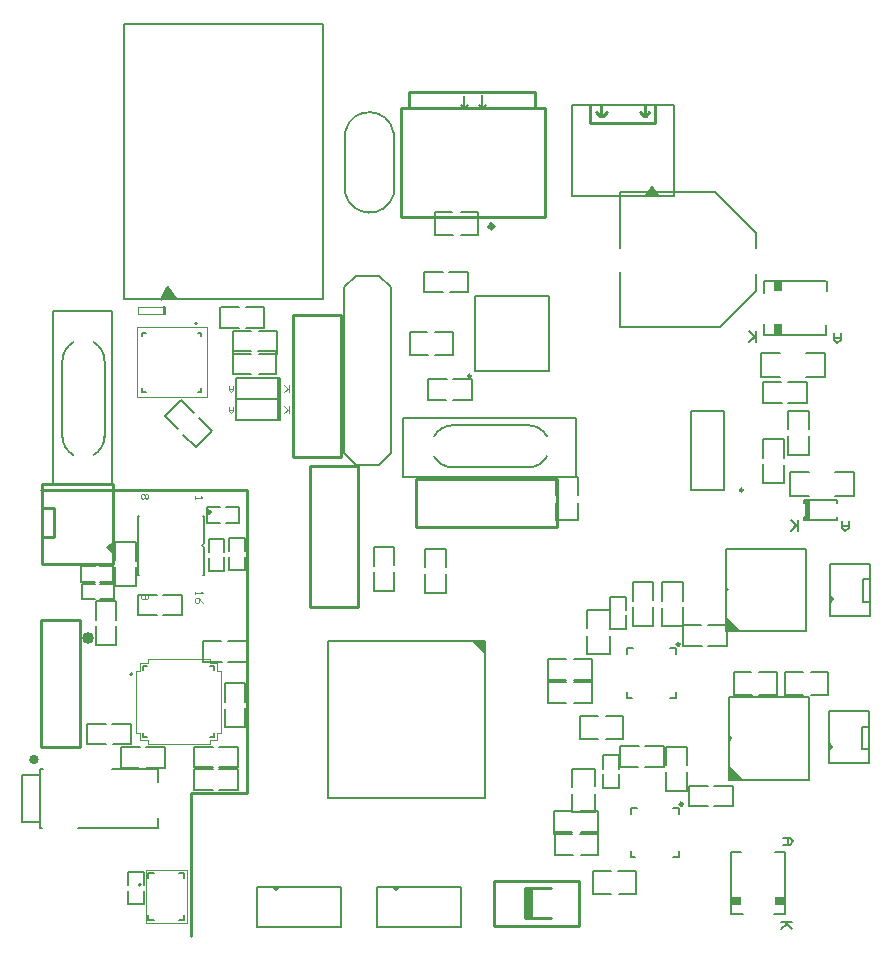
<source format=gto>
G04*
G04 #@! TF.GenerationSoftware,Altium Limited,Altium Designer,20.0.2 (26)*
G04*
G04 Layer_Color=65535*
%FSLAX25Y25*%
%MOIN*%
G70*
G01*
G75*
%ADD10C,0.00984*%
%ADD11C,0.00500*%
%ADD12C,0.01000*%
%ADD13C,0.01575*%
%ADD14C,0.00787*%
%ADD15C,0.01500*%
%ADD16C,0.04000*%
%ADD17C,0.00197*%
%ADD18C,0.00600*%
%ADD19C,0.00400*%
%ADD20R,0.01063X0.02600*%
%ADD21R,0.02500X0.03502*%
%ADD22R,0.02500X0.03358*%
%ADD23R,0.03502X0.02500*%
%ADD24R,0.03358X0.02500*%
%ADD25R,0.03150X0.09843*%
%ADD26R,0.01000X0.07000*%
G36*
X39239Y12129D02*
X40810Y13700D01*
X37713Y13700D01*
X39239Y12129D01*
D02*
G37*
G36*
X79239D02*
X80810Y13700D01*
X77713Y13700D01*
X79239Y12129D01*
D02*
G37*
G36*
X-14717Y128985D02*
X-14717Y125579D01*
X-15336Y124961D01*
X-17483Y126858D01*
X-14717Y128985D01*
D02*
G37*
G36*
X3041Y213316D02*
Y212616D01*
X5741Y209916D01*
X5541Y209717D01*
X841D01*
X3041Y213316D01*
D02*
G37*
G36*
X108400Y95681D02*
X108800Y95281D01*
Y91181D01*
X104300Y95681D01*
X108400D01*
D02*
G37*
G36*
X190220Y54142D02*
X195142Y49220D01*
X190220D01*
Y54142D01*
D02*
G37*
G36*
X223382Y59130D02*
Y61492D01*
X224563Y60311D01*
X223382Y59130D01*
D02*
G37*
G36*
X189120Y103742D02*
X194042Y98821D01*
X189120D01*
Y103742D01*
D02*
G37*
G36*
X223782Y108269D02*
Y110632D01*
X224963Y109450D01*
X223782Y108269D01*
D02*
G37*
G36*
X217153Y135932D02*
X217109Y135975D01*
X217109Y142625D01*
X215118D01*
X215118Y142625D01*
X215127Y141378D01*
X215628D01*
Y137178D01*
X215027D01*
X215017Y135978D01*
X217117D01*
X217153Y135932D01*
D02*
G37*
G36*
X166500Y244200D02*
X162700D01*
X162700Y245000D01*
X164500Y246800D01*
X166500Y244200D01*
D02*
G37*
D10*
X194809Y145911D02*
G03*
X194809Y145911I-492J0D01*
G01*
X174478Y40745D02*
G03*
X174305Y40714I-173J461D01*
G01*
X173431Y93988D02*
G03*
X173258Y93957I-173J461D01*
G01*
X104219Y183927D02*
G03*
X104219Y183927I-492J0D01*
G01*
D11*
X190307Y62354D02*
G03*
X190220Y63984I-162J809D01*
G01*
X15207Y128140D02*
G03*
X15200Y126860I-7J-640D01*
G01*
X189207Y111954D02*
G03*
X189120Y113584I-162J809D01*
G01*
X-21752Y157562D02*
G03*
X-18000Y163763I-3248J6201D01*
G01*
X-32000D02*
G03*
X-28248Y157562I7000J0D01*
G01*
X-18000Y189063D02*
G03*
X-21752Y195264I-7000J0D01*
G01*
X-28248D02*
G03*
X-32000Y189063I3248J-6201D01*
G01*
X78374Y265000D02*
G03*
X62299Y265616I-8099J-1312D01*
G01*
X62232Y244921D02*
G03*
X78348Y244357I8132J1841D01*
G01*
X129534Y163748D02*
G03*
X123333Y167500I-6201J-3248D01*
G01*
Y153500D02*
G03*
X129534Y157252I0J7000D01*
G01*
X98033Y167500D02*
G03*
X91832Y163748I0J-7000D01*
G01*
Y157252D02*
G03*
X98033Y153500I6201J3248D01*
G01*
X71800Y112363D02*
X78600D01*
Y118563D01*
Y120863D02*
Y126963D01*
X71800Y127037D02*
X78600D01*
X71800Y120763D02*
Y126963D01*
Y112363D02*
Y118663D01*
X88900Y111763D02*
X95700D01*
Y117963D01*
Y120263D02*
Y126363D01*
X88900Y126437D02*
X95700D01*
X88900Y120163D02*
Y126363D01*
Y111763D02*
Y118063D01*
X29437Y88700D02*
Y95500D01*
X23237D02*
X29437D01*
X14837D02*
X20937D01*
X14763Y88700D02*
Y95500D01*
X14837Y88700D02*
X21037D01*
X23137D02*
X29437D01*
X-10100Y7850D02*
X-4900D01*
X-10100D02*
Y12250D01*
X-4900Y7850D02*
Y12350D01*
X-10100Y14150D02*
Y18550D01*
X-4900Y14150D02*
Y18550D01*
X-10100D02*
X-4900D01*
X22200Y81537D02*
X29000D01*
X22200Y75337D02*
Y81537D01*
Y66937D02*
Y73037D01*
Y66863D02*
X29000D01*
Y66937D02*
Y73137D01*
Y75237D02*
Y81537D01*
X26750Y135000D02*
Y140200D01*
X22350Y135000D02*
X26750D01*
X22350Y140200D02*
X26750D01*
X16050Y135000D02*
X20550D01*
X16050Y140200D02*
X20450D01*
X16050Y135000D02*
Y140200D01*
X-25650Y109500D02*
Y114700D01*
X-21250D01*
X-25650Y109500D02*
X-21250D01*
X-19450Y114700D02*
X-14950D01*
X-19350Y109500D02*
X-14950D01*
Y114700D01*
X-25700Y115300D02*
Y120500D01*
X-21300D01*
X-25700Y115300D02*
X-21300D01*
X-19500Y120500D02*
X-15000D01*
X-19400Y115300D02*
X-15000D01*
Y120500D01*
X-14400Y128737D02*
X-7600D01*
X-14400Y122537D02*
Y128737D01*
Y114137D02*
Y120237D01*
Y114063D02*
X-7600D01*
Y114137D02*
Y120337D01*
Y122437D02*
Y128737D01*
X-20800Y94263D02*
X-14000D01*
Y100463D01*
Y102763D02*
Y108863D01*
X-20800Y108937D02*
X-14000D01*
X-20800Y102663D02*
Y108863D01*
Y94263D02*
Y100563D01*
X-6837Y104300D02*
Y111100D01*
Y104300D02*
X-637D01*
X1663D02*
X7763D01*
X7837D02*
Y111100D01*
X1563D02*
X7763D01*
X-6837D02*
X-537D01*
X153300Y18800D02*
X159300D01*
Y11200D02*
Y18800D01*
X153500Y11200D02*
X159300D01*
X144900D02*
Y18800D01*
Y11200D02*
X150800D01*
X144900Y18800D02*
X150800D01*
X140600Y63000D02*
X146600D01*
X140600D02*
Y70600D01*
X146400D01*
X155000Y63000D02*
Y70600D01*
X149100D02*
X155000D01*
X149100Y63000D02*
X155000D01*
X83700Y191100D02*
X89700D01*
X83700D02*
Y198700D01*
X89500D01*
X98100Y191100D02*
Y198700D01*
X92200D02*
X98100D01*
X92200Y191100D02*
X98100D01*
X88563Y218600D02*
X94863D01*
X96963D02*
X103163D01*
X103237Y211800D02*
Y218600D01*
X97063Y211800D02*
X103163D01*
X88563D02*
X94763D01*
X88563D02*
Y218600D01*
X100700Y230900D02*
X106600D01*
X100700Y238500D02*
X106600D01*
Y230900D02*
Y238500D01*
X92200D02*
X98000D01*
X92200Y230900D02*
Y238500D01*
Y230900D02*
X98200D01*
X162231Y244054D02*
X164524Y247002D01*
X166700Y244100D01*
X201767Y211700D02*
Y215543D01*
X222691Y212240D02*
Y215543D01*
X201758Y201180D02*
X201758Y197700D01*
X201767Y215543D02*
X222624D01*
X222544Y197700D02*
X222545Y201070D01*
X201758Y197700D02*
X222544D01*
X210000Y172437D02*
X216800D01*
X210000Y166237D02*
Y172437D01*
Y157837D02*
Y163937D01*
Y157763D02*
X216800D01*
Y157837D02*
Y164037D01*
Y166137D02*
Y172437D01*
X201600Y148163D02*
X208400D01*
Y154363D01*
Y156663D02*
Y162763D01*
X201600Y162837D02*
X208400D01*
X201600Y156563D02*
Y162763D01*
Y148163D02*
Y154463D01*
X210449Y143819D02*
Y151820D01*
X231949Y143819D02*
Y151820D01*
X210449Y143819D02*
X216949D01*
X210449Y151820D02*
X216949D01*
X225449D02*
X231949D01*
X225449Y143819D02*
X231949D01*
X187130Y200359D02*
X199138Y212367D01*
X185555Y245241D02*
X199138Y231658D01*
X153862Y245241D02*
X185555D01*
X199138Y226737D02*
Y231658D01*
Y212367D02*
Y218076D01*
X153862Y226737D02*
Y245241D01*
Y200359D02*
X187130D01*
X153862D02*
Y218469D01*
X215127Y136087D02*
Y136978D01*
X215118Y141578D02*
Y142625D01*
X226138Y135978D02*
Y136978D01*
Y141578D02*
Y142625D01*
X215127Y135978D02*
X226138Y135978D01*
X215118Y142625D02*
X226138Y142625D01*
X216137Y175000D02*
Y181800D01*
X209937D02*
X216137D01*
X201537D02*
X207637D01*
X201463Y175000D02*
Y181800D01*
X201537Y175000D02*
X207737D01*
X209837D02*
X216137D01*
X200749Y183519D02*
Y191519D01*
X222249Y183519D02*
Y191519D01*
X200749Y183519D02*
X207249D01*
X200749Y191519D02*
X207249D01*
X215749D02*
X222249D01*
X215749Y183519D02*
X222249D01*
X190957Y4468D02*
X194800D01*
X190957Y25391D02*
X194260D01*
X205320Y4457D02*
X208800Y4458D01*
X190957Y4468D02*
Y25324D01*
X205430Y25245D02*
X208800Y25244D01*
Y4458D02*
Y25244D01*
X153763Y53700D02*
Y60500D01*
Y53700D02*
X159963D01*
X162263D02*
X168363D01*
X168437D02*
Y60500D01*
X162163D02*
X168363D01*
X153763D02*
X160063D01*
X169300Y60437D02*
X176100D01*
X169300Y54237D02*
Y60437D01*
Y45837D02*
Y51937D01*
Y45763D02*
X176100D01*
Y45837D02*
Y52037D01*
Y54137D02*
Y60437D01*
X148300Y57450D02*
X153500D01*
Y53050D02*
Y57450D01*
X148300Y53050D02*
Y57450D01*
X153500Y46750D02*
Y51250D01*
X148300Y46750D02*
Y51150D01*
Y46750D02*
X153500D01*
X138000Y38700D02*
Y44600D01*
X145600Y38700D02*
Y44600D01*
X138000Y38700D02*
X145600D01*
Y47300D02*
Y53100D01*
X138000D02*
X145600D01*
X138000Y47100D02*
Y53100D01*
X191537Y40600D02*
Y47400D01*
X185337D02*
X191537D01*
X176937D02*
X183037D01*
X176863Y40600D02*
Y47400D01*
X176937Y40600D02*
X183137D01*
X185237D02*
X191537D01*
X190220Y49220D02*
Y76780D01*
X216795D01*
Y49220D02*
Y76780D01*
X190220Y49220D02*
X216795D01*
X200300Y77700D02*
X206200D01*
X200300Y85300D02*
X206200D01*
Y77700D02*
Y85300D01*
X191800D02*
X197600D01*
X191800Y77700D02*
Y85300D01*
Y77700D02*
X197800D01*
X173518Y38057D02*
Y38450D01*
Y40025D01*
X171550D02*
X173518D01*
X157376D02*
X159345D01*
X157376Y38057D02*
Y40025D01*
Y23490D02*
Y25458D01*
Y23490D02*
X158951D01*
X171550D02*
X173518D01*
Y25458D01*
X217400Y77600D02*
X223300D01*
X217400Y85200D02*
X223300D01*
Y77600D02*
Y85200D01*
X208900D02*
X214700D01*
X208900Y77600D02*
Y85200D01*
Y77600D02*
X214900D01*
X140500Y31300D02*
X146400D01*
X140500Y38900D02*
X146400D01*
Y31300D02*
Y38900D01*
X132000D02*
X137800D01*
X132000Y31300D02*
Y38900D01*
Y31300D02*
X138000D01*
X140700Y24200D02*
X146600D01*
X140700Y31800D02*
X146600D01*
Y24200D02*
Y31800D01*
X132200D02*
X138000D01*
X132200Y24200D02*
Y31800D01*
Y24200D02*
X138200D01*
X223382Y64642D02*
Y72122D01*
X236768D01*
Y54799D02*
Y72122D01*
X223382Y54799D02*
X236768D01*
X223382D02*
Y64642D01*
X234405Y59524D02*
X236768D01*
X234405D02*
Y67004D01*
X236768D01*
X223382Y59130D02*
X224563Y60311D01*
Y60311D01*
X223382Y61492D02*
X224563Y60311D01*
X33000Y292D02*
Y13700D01*
Y292D02*
X61000D01*
Y13700D01*
X33000D02*
X61000D01*
X73000Y292D02*
Y13700D01*
Y292D02*
X101000D01*
Y13700D01*
X73000D02*
X101000D01*
X23600Y129850D02*
X28800D01*
Y125450D02*
Y129850D01*
X23600Y125450D02*
Y129850D01*
X28800Y119150D02*
Y123650D01*
X23600Y119150D02*
Y123550D01*
Y119150D02*
X28800D01*
X16800Y129650D02*
X22000D01*
Y125250D02*
Y129650D01*
X16800Y125250D02*
Y129650D01*
X22000Y118950D02*
Y123450D01*
X16800Y118950D02*
Y123350D01*
Y118950D02*
X22000D01*
X-6700Y117600D02*
X-6500D01*
X-6850Y117750D02*
X-6700Y117600D01*
X-6850Y117750D02*
Y137350D01*
X14900Y117600D02*
X15200D01*
X14900Y137400D02*
X15200D01*
X-6800D02*
X-6500D01*
X15200Y117600D02*
X15250Y117650D01*
Y126853D01*
X-6850Y137350D02*
X-6800Y137400D01*
X15250Y128147D02*
Y137400D01*
X-15372Y52842D02*
X-215D01*
Y48709D02*
Y52842D01*
Y33158D02*
Y36701D01*
X-26987Y33158D02*
X-215D01*
X-45491Y35126D02*
X-39585D01*
X-45491D02*
Y50874D01*
X-39585D01*
Y33158D02*
X-38798D01*
X-39585D02*
Y35126D01*
Y50874D01*
Y52842D01*
X-38404D01*
X-5111Y85872D02*
Y87211D01*
X-3772D01*
X18511Y85872D02*
Y87211D01*
X17172D02*
X18511D01*
Y63589D02*
Y64928D01*
X17172Y63589D02*
X18511D01*
X-5111D02*
Y64928D01*
Y63589D02*
X-3772D01*
X26537Y53600D02*
Y60400D01*
X20337D02*
X26537D01*
X11937D02*
X18037D01*
X11863Y53600D02*
Y60400D01*
X11937Y53600D02*
X18137D01*
X20237D02*
X26537D01*
Y46100D02*
Y52900D01*
X20337D02*
X26537D01*
X11937D02*
X18037D01*
X11863Y46100D02*
Y52900D01*
X11937Y46100D02*
X18137D01*
X20237D02*
X26537D01*
X-12537Y53400D02*
Y60200D01*
Y53400D02*
X-6337D01*
X-4037D02*
X2063D01*
X2137D02*
Y60200D01*
X-4137D02*
X2063D01*
X-12537D02*
X-6237D01*
X-23737Y61300D02*
Y68100D01*
Y61300D02*
X-17537D01*
X-15237D02*
X-9137D01*
X-9063D02*
Y68100D01*
X-15337D02*
X-9137D01*
X-23737D02*
X-17437D01*
X-3334Y2568D02*
Y4340D01*
Y2568D02*
X-1562D01*
X6706D02*
X8477D01*
Y4340D01*
Y16545D02*
Y18316D01*
X6706D02*
X8477D01*
X-3334Y16545D02*
Y18316D01*
X-1562D01*
X158200Y100663D02*
X165000D01*
Y106863D01*
Y109163D02*
Y115263D01*
X158200Y115337D02*
X165000D01*
X158200Y109063D02*
Y115263D01*
Y100663D02*
Y106963D01*
X168000Y115200D02*
X174800D01*
X168000Y109000D02*
Y115200D01*
Y100600D02*
Y106700D01*
Y100526D02*
X174800D01*
Y100600D02*
Y106800D01*
Y108900D02*
Y115200D01*
X150500Y110350D02*
X155700D01*
Y105950D02*
Y110350D01*
X150500Y105950D02*
Y110350D01*
X155700Y99650D02*
Y104150D01*
X150500Y99650D02*
Y104050D01*
Y99650D02*
X155700D01*
X143000Y91400D02*
Y97300D01*
X150600Y91400D02*
Y97300D01*
X143000Y91400D02*
X150600D01*
Y100000D02*
Y105800D01*
X143000D02*
X150600D01*
X143000Y99800D02*
Y105800D01*
X189437Y94100D02*
Y100900D01*
X183237D02*
X189437D01*
X174837D02*
X180937D01*
X174763Y94100D02*
Y100900D01*
X174837Y94100D02*
X181037D01*
X183137D02*
X189437D01*
X189120Y98821D02*
Y126380D01*
X215695D01*
Y98821D02*
Y126380D01*
X189120Y98821D02*
X215695D01*
X172471Y91299D02*
Y91693D01*
Y93268D01*
X170502D02*
X172471D01*
X156329D02*
X158298D01*
X156329Y91299D02*
Y93268D01*
Y76732D02*
Y78701D01*
Y76732D02*
X157904D01*
X170502D02*
X172471D01*
Y78701D01*
X138500Y81900D02*
X144400D01*
X138500Y89500D02*
X144400D01*
Y81900D02*
Y89500D01*
X130000D02*
X135800D01*
X130000Y81900D02*
Y89500D01*
Y81900D02*
X136000D01*
X138500Y75100D02*
X144400D01*
X138500Y82700D02*
X144400D01*
Y75100D02*
Y82700D01*
X130000D02*
X135800D01*
X130000Y75100D02*
Y82700D01*
Y75100D02*
X136000D01*
X223782Y113781D02*
Y121261D01*
X237168D01*
Y103939D02*
Y121261D01*
X223782Y103939D02*
X237168D01*
X223782D02*
Y113781D01*
X234805Y108663D02*
X237168D01*
X234805D02*
Y116143D01*
X237168D01*
X223782Y108269D02*
X224963Y109450D01*
Y109450D01*
X223782Y110632D02*
X224963Y109450D01*
X24900Y192200D02*
X30800D01*
X24900Y184600D02*
X30800D01*
X24900D02*
Y192200D01*
X33500Y184600D02*
X39300D01*
Y192200D01*
X33300D02*
X39300D01*
X25883Y183300D02*
X40500D01*
X25883Y176300D02*
Y183300D01*
Y176300D02*
X40500D01*
Y183300D01*
X25883Y176300D02*
X40500D01*
X25883Y169300D02*
Y176300D01*
Y169300D02*
X40500D01*
Y176300D01*
X-5342Y178657D02*
Y179819D01*
X14343Y178657D02*
Y179819D01*
X-5342Y197181D02*
Y198343D01*
X14343Y197181D02*
Y198343D01*
X-5342Y178657D02*
X-4181D01*
X13181D02*
X14343D01*
X-5342Y198343D02*
X-4181D01*
X13181D02*
X14343D01*
X25000Y199000D02*
X30900D01*
X25000Y191400D02*
X30900D01*
X25000D02*
Y199000D01*
X33600Y191400D02*
X39400D01*
Y199000D01*
X33400D02*
X39400D01*
X35325Y200100D02*
Y206900D01*
X29125D02*
X35325D01*
X20725D02*
X26825D01*
X20651Y200100D02*
Y206900D01*
X20725Y200100D02*
X26925D01*
X29025D02*
X35325D01*
X7595Y175878D02*
X11767Y171706D01*
X2221Y170504D02*
X6393Y166332D01*
X2221Y170504D02*
X7595Y175878D01*
X8303Y164423D02*
X12404Y160322D01*
X17778Y165696D01*
X13535Y169939D02*
X17778Y165696D01*
X-35100Y148063D02*
Y205563D01*
X-15400Y205563D01*
Y148063D02*
Y205563D01*
X-35100Y148063D02*
X-15400Y148063D01*
X-32000Y163563D02*
Y189063D01*
X-17964Y163563D02*
Y189099D01*
X78374Y244528D02*
Y265000D01*
X62232Y244921D02*
X62300Y265515D01*
X89763Y176100D02*
Y182900D01*
Y176100D02*
X95963D01*
X98263D02*
X104363D01*
X104437D02*
Y182900D01*
X98163D02*
X104363D01*
X89763D02*
X96063D01*
X81533Y150400D02*
X139033D01*
X81533D02*
X81533Y170100D01*
X139033D01*
X139033Y150400D01*
X98033Y153500D02*
X123533D01*
X97997Y167536D02*
X123533D01*
X132400Y135800D02*
Y141700D01*
X140000Y135800D02*
Y141700D01*
X132400Y135800D02*
X140000D01*
Y144400D02*
Y150200D01*
X132400D02*
X140000D01*
X132400Y144200D02*
Y150200D01*
X61826Y158335D02*
X61826Y213454D01*
X77574Y158335D02*
Y205579D01*
X65763Y154398D02*
X73637D01*
X77574Y158335D01*
X61826Y158335D02*
X65763Y154398D01*
X77574Y158335D02*
Y205579D01*
X73637Y154398D02*
X77574Y158335D01*
X65763Y154398D02*
X73637D01*
X61826Y158335D02*
X65763Y154398D01*
X65763Y217390D02*
X73637D01*
X77574Y205580D02*
Y213454D01*
X61826Y213454D02*
X65763Y217390D01*
X61826Y213454D02*
X61826D01*
X73637Y217390D02*
X77574Y213454D01*
X227364Y198334D02*
Y196001D01*
X226198Y194835D01*
X225031Y196001D01*
Y198334D01*
Y196584D01*
X227364D01*
X199313Y195327D02*
Y198826D01*
Y197660D01*
X196980Y195327D01*
X198730Y197076D01*
X196980Y198826D01*
X213121Y132433D02*
Y135932D01*
Y134765D01*
X210789Y132433D01*
X212538Y134182D01*
X210789Y135932D01*
X230100Y135667D02*
Y133335D01*
X228934Y132168D01*
X227767Y133335D01*
Y135667D01*
Y133918D01*
X230100D01*
X208166Y30064D02*
X210499D01*
X211665Y28898D01*
X210499Y27731D01*
X208166D01*
X209916D01*
Y30064D01*
X211173Y2013D02*
X207674D01*
X208840D01*
X211173Y-320D01*
X209423Y1429D01*
X207674Y-320D01*
D12*
X17400Y138600D02*
G03*
X17400Y138600I-600J0D01*
G01*
X10946Y-2600D02*
Y7746D01*
Y45100D01*
X10900Y45000D02*
X29500D01*
Y146000D01*
X-39000D02*
X29500D01*
X165630Y268417D02*
Y273929D01*
X143976Y268417D02*
X165630D01*
X143976D02*
Y273929D01*
X162087Y271173D02*
Y273929D01*
X147520Y271173D02*
Y273929D01*
X163661Y271961D02*
X163661D01*
X162480Y270779D02*
X163661Y271961D01*
X162087Y270779D02*
X162480D01*
X161693D02*
X162087D01*
X160512Y271961D02*
X161693Y270779D01*
X148307D02*
X149488Y271961D01*
X147126Y270779D02*
X148307D01*
X146339Y271567D02*
X147126Y270779D01*
X145945Y271961D02*
X146339Y271567D01*
X122063Y3276D02*
X130724D01*
X122063D02*
Y13118D01*
X130724D01*
X111800Y520D02*
Y15480D01*
Y520D02*
X140173D01*
Y15480D01*
X111800D02*
X140173D01*
X50526Y106810D02*
X66500D01*
Y154054D01*
X50526D02*
X66500D01*
X50526Y106810D02*
Y154054D01*
X-38623Y130339D02*
X-34800D01*
X-38623Y139857D02*
X-34800D01*
Y130439D02*
Y139857D01*
X-15200Y121252D02*
Y147827D01*
X-38701D02*
X-15200D01*
X-38701Y121252D02*
Y147827D01*
Y121252D02*
X-15200D01*
X-39000Y60400D02*
X-26000D01*
X-39000D02*
Y102500D01*
X-26000D01*
Y99500D02*
Y102500D01*
Y60400D02*
Y99500D01*
X44900Y204190D02*
X60874D01*
X44900Y156946D02*
Y204190D01*
Y156946D02*
X60874D01*
Y204190D01*
X799Y209762D02*
X2941Y213616D01*
X5641Y209817D01*
X125189Y273240D02*
X128732D01*
Y237020D02*
Y273240D01*
X80701Y237020D02*
X128732D01*
X80701D02*
Y273240D01*
X125583D01*
Y277571D01*
Y273240D02*
Y278600D01*
X83457D02*
X125583D01*
X83457Y273240D02*
Y278600D01*
X106291Y273240D02*
X106685D01*
X106291D02*
X106291D01*
X132931Y133626D02*
Y149600D01*
X85687D02*
X132931D01*
X85687Y133626D02*
Y149600D01*
Y133626D02*
X132931D01*
D13*
X-40713Y56100D02*
G03*
X-40713Y56100I-787J0D01*
G01*
D14*
X-8654Y84455D02*
G03*
X-8654Y84455I-394J0D01*
G01*
X-5893Y14379D02*
G03*
X-5893Y14379I-394J0D01*
G01*
X12965Y201472D02*
G03*
X12965Y201472I-394J0D01*
G01*
X177388Y172289D02*
X188412D01*
X177388Y145911D02*
X188412D01*
X177388D02*
Y172289D01*
X188412Y145911D02*
Y172289D01*
X138000Y244000D02*
X172000D01*
X138000D02*
Y274323D01*
X172000Y244000D02*
Y274323D01*
X138000D02*
X172000D01*
X108781Y43319D02*
Y95681D01*
X56419Y43319D02*
X108781D01*
X56419D02*
Y95681D01*
X108781D01*
X54941Y209517D02*
Y301236D01*
X-11559D02*
X54941D01*
X-11559Y209517D02*
Y301236D01*
Y209517D02*
X54941D01*
X105498Y185698D02*
Y210502D01*
X130302D01*
Y185698D02*
Y210502D01*
X105498Y185698D02*
X130302D01*
D15*
X111540Y233772D02*
G03*
X111540Y233772I-623J0D01*
G01*
D16*
X-23500Y96600D02*
D03*
D17*
X-6700Y204500D02*
X2300D01*
Y207100D01*
X-6700D02*
X2300D01*
X-6700Y204500D02*
Y207100D01*
X-6095Y62605D02*
Y65046D01*
X19495Y85754D02*
X20913D01*
X-6095Y88195D02*
X-3654D01*
X19495Y85754D02*
Y88195D01*
X-6095Y85754D02*
Y88195D01*
Y62605D02*
X-3654D01*
X17054Y88195D02*
X19495D01*
X-3654Y61187D02*
Y62605D01*
X19495D02*
Y65046D01*
X-7513Y85754D02*
X-6095D01*
X17054Y88195D02*
Y89613D01*
X-7513Y65046D02*
Y85754D01*
X-3654Y61187D02*
X17054D01*
X19495Y65046D02*
X20913D01*
X-3654Y89613D02*
X17054D01*
Y61187D02*
Y62605D01*
X20913Y65046D02*
Y85754D01*
X-3654Y88195D02*
Y89613D01*
X-7513Y65046D02*
X-6095D01*
X17054Y62605D02*
X19495D01*
X-4318Y1584D02*
Y19301D01*
Y1584D02*
X9461D01*
Y19301D01*
X-4318D02*
X9461D01*
X-7114Y200114D02*
X16114D01*
X-7114Y176886D02*
X16114D01*
X-7114D02*
Y200114D01*
X16114Y176886D02*
Y200114D01*
D18*
X107866Y273634D02*
Y277571D01*
X101961Y273634D02*
Y277177D01*
X107866Y273240D02*
X109047Y274421D01*
X106685D02*
X107866Y273240D01*
X101961D02*
X103142Y274421D01*
X100779D02*
X101961Y273240D01*
D19*
X12119Y143848D02*
Y143015D01*
Y143432D01*
X14618D01*
X14201Y143848D01*
X12200Y112000D02*
Y111167D01*
Y111583D01*
X14699D01*
X14283Y112000D01*
X14699Y108251D02*
X14283Y109084D01*
X13450Y109917D01*
X12617D01*
X12200Y109501D01*
Y108668D01*
X12617Y108251D01*
X13033D01*
X13450Y108668D01*
Y109917D01*
X-5465Y111348D02*
X-5881Y110932D01*
Y110099D01*
X-5465Y109682D01*
X-3799D01*
X-3382Y110099D01*
Y110932D01*
X-3799Y111348D01*
X-4215D01*
X-4632Y110932D01*
Y109682D01*
X-3817Y144700D02*
X-3401Y144283D01*
Y143450D01*
X-3817Y143034D01*
X-4234D01*
X-4650Y143450D01*
X-5067Y143034D01*
X-5483D01*
X-5900Y143450D01*
Y144283D01*
X-5483Y144700D01*
X-5067D01*
X-4650Y144283D01*
X-4234Y144700D01*
X-3817D01*
X-4650Y144283D02*
Y143450D01*
X43403Y178585D02*
Y180785D01*
Y180052D01*
X41937Y178585D01*
X43037Y179685D01*
X41937Y180785D01*
X24850Y180489D02*
Y179156D01*
X24184Y178490D01*
X23517Y179156D01*
Y180489D01*
Y179490D01*
X24850D01*
X43403Y171585D02*
Y173785D01*
Y173052D01*
X41937Y171585D01*
X43037Y172685D01*
X41937Y173785D01*
X24850Y173489D02*
Y172156D01*
X24184Y171490D01*
X23517Y172156D01*
Y173489D01*
Y172490D01*
X24850D01*
D20*
X1768Y205800D02*
D03*
D21*
X206350Y199451D02*
D03*
D22*
X206350Y213879D02*
D03*
D23*
X207049Y9050D02*
D03*
D24*
X192621Y9050D02*
D03*
D25*
X123638Y8197D02*
D03*
D26*
X40000Y179800D02*
D03*
Y172800D02*
D03*
M02*

</source>
